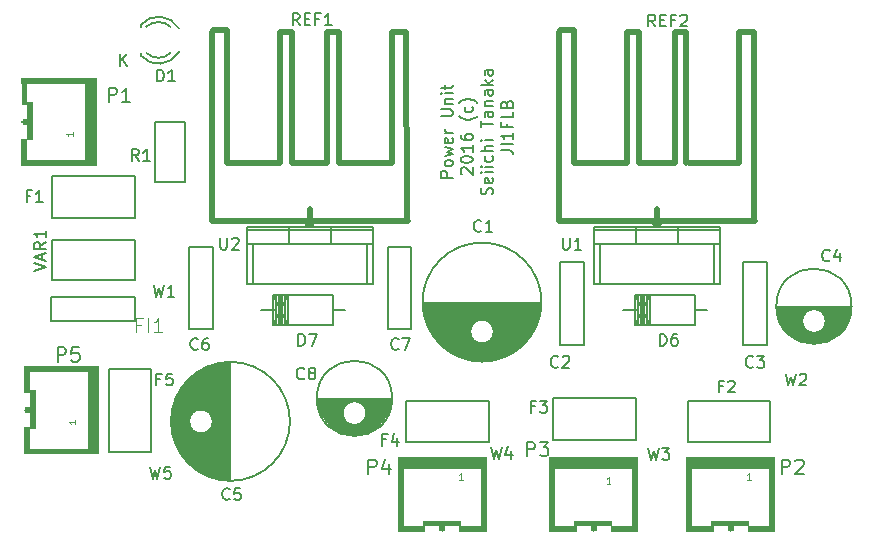
<source format=gto>
G04 #@! TF.FileFunction,Legend,Top*
%FSLAX46Y46*%
G04 Gerber Fmt 4.6, Leading zero omitted, Abs format (unit mm)*
G04 Created by KiCad (PCBNEW 4.0.4-stable) date 09/19/16 20:25:30*
%MOMM*%
%LPD*%
G01*
G04 APERTURE LIST*
%ADD10C,0.100000*%
%ADD11C,0.200000*%
%ADD12C,0.150000*%
%ADD13C,0.500000*%
%ADD14C,0.127000*%
%ADD15C,0.048768*%
%ADD16C,0.101600*%
G04 APERTURE END LIST*
D10*
D11*
X126902381Y-89357143D02*
X125902381Y-89357143D01*
X125902381Y-88976190D01*
X125950000Y-88880952D01*
X125997619Y-88833333D01*
X126092857Y-88785714D01*
X126235714Y-88785714D01*
X126330952Y-88833333D01*
X126378571Y-88880952D01*
X126426190Y-88976190D01*
X126426190Y-89357143D01*
X126902381Y-88214286D02*
X126854762Y-88309524D01*
X126807143Y-88357143D01*
X126711905Y-88404762D01*
X126426190Y-88404762D01*
X126330952Y-88357143D01*
X126283333Y-88309524D01*
X126235714Y-88214286D01*
X126235714Y-88071428D01*
X126283333Y-87976190D01*
X126330952Y-87928571D01*
X126426190Y-87880952D01*
X126711905Y-87880952D01*
X126807143Y-87928571D01*
X126854762Y-87976190D01*
X126902381Y-88071428D01*
X126902381Y-88214286D01*
X126235714Y-87547619D02*
X126902381Y-87357143D01*
X126426190Y-87166666D01*
X126902381Y-86976190D01*
X126235714Y-86785714D01*
X126854762Y-86023809D02*
X126902381Y-86119047D01*
X126902381Y-86309524D01*
X126854762Y-86404762D01*
X126759524Y-86452381D01*
X126378571Y-86452381D01*
X126283333Y-86404762D01*
X126235714Y-86309524D01*
X126235714Y-86119047D01*
X126283333Y-86023809D01*
X126378571Y-85976190D01*
X126473810Y-85976190D01*
X126569048Y-86452381D01*
X126902381Y-85547619D02*
X126235714Y-85547619D01*
X126426190Y-85547619D02*
X126330952Y-85500000D01*
X126283333Y-85452381D01*
X126235714Y-85357143D01*
X126235714Y-85261904D01*
X125902381Y-84166666D02*
X126711905Y-84166666D01*
X126807143Y-84119047D01*
X126854762Y-84071428D01*
X126902381Y-83976190D01*
X126902381Y-83785713D01*
X126854762Y-83690475D01*
X126807143Y-83642856D01*
X126711905Y-83595237D01*
X125902381Y-83595237D01*
X126235714Y-83119047D02*
X126902381Y-83119047D01*
X126330952Y-83119047D02*
X126283333Y-83071428D01*
X126235714Y-82976190D01*
X126235714Y-82833332D01*
X126283333Y-82738094D01*
X126378571Y-82690475D01*
X126902381Y-82690475D01*
X126902381Y-82214285D02*
X126235714Y-82214285D01*
X125902381Y-82214285D02*
X125950000Y-82261904D01*
X125997619Y-82214285D01*
X125950000Y-82166666D01*
X125902381Y-82214285D01*
X125997619Y-82214285D01*
X126235714Y-81880952D02*
X126235714Y-81500000D01*
X125902381Y-81738095D02*
X126759524Y-81738095D01*
X126854762Y-81690476D01*
X126902381Y-81595238D01*
X126902381Y-81500000D01*
X127697619Y-89071429D02*
X127650000Y-89023810D01*
X127602381Y-88928572D01*
X127602381Y-88690476D01*
X127650000Y-88595238D01*
X127697619Y-88547619D01*
X127792857Y-88500000D01*
X127888095Y-88500000D01*
X128030952Y-88547619D01*
X128602381Y-89119048D01*
X128602381Y-88500000D01*
X127602381Y-87880953D02*
X127602381Y-87785714D01*
X127650000Y-87690476D01*
X127697619Y-87642857D01*
X127792857Y-87595238D01*
X127983333Y-87547619D01*
X128221429Y-87547619D01*
X128411905Y-87595238D01*
X128507143Y-87642857D01*
X128554762Y-87690476D01*
X128602381Y-87785714D01*
X128602381Y-87880953D01*
X128554762Y-87976191D01*
X128507143Y-88023810D01*
X128411905Y-88071429D01*
X128221429Y-88119048D01*
X127983333Y-88119048D01*
X127792857Y-88071429D01*
X127697619Y-88023810D01*
X127650000Y-87976191D01*
X127602381Y-87880953D01*
X128602381Y-86595238D02*
X128602381Y-87166667D01*
X128602381Y-86880953D02*
X127602381Y-86880953D01*
X127745238Y-86976191D01*
X127840476Y-87071429D01*
X127888095Y-87166667D01*
X127602381Y-85738095D02*
X127602381Y-85928572D01*
X127650000Y-86023810D01*
X127697619Y-86071429D01*
X127840476Y-86166667D01*
X128030952Y-86214286D01*
X128411905Y-86214286D01*
X128507143Y-86166667D01*
X128554762Y-86119048D01*
X128602381Y-86023810D01*
X128602381Y-85833333D01*
X128554762Y-85738095D01*
X128507143Y-85690476D01*
X128411905Y-85642857D01*
X128173810Y-85642857D01*
X128078571Y-85690476D01*
X128030952Y-85738095D01*
X127983333Y-85833333D01*
X127983333Y-86023810D01*
X128030952Y-86119048D01*
X128078571Y-86166667D01*
X128173810Y-86214286D01*
X128983333Y-84166666D02*
X128935714Y-84214286D01*
X128792857Y-84309524D01*
X128697619Y-84357143D01*
X128554762Y-84404762D01*
X128316667Y-84452381D01*
X128126190Y-84452381D01*
X127888095Y-84404762D01*
X127745238Y-84357143D01*
X127650000Y-84309524D01*
X127507143Y-84214286D01*
X127459524Y-84166666D01*
X128554762Y-83357142D02*
X128602381Y-83452380D01*
X128602381Y-83642857D01*
X128554762Y-83738095D01*
X128507143Y-83785714D01*
X128411905Y-83833333D01*
X128126190Y-83833333D01*
X128030952Y-83785714D01*
X127983333Y-83738095D01*
X127935714Y-83642857D01*
X127935714Y-83452380D01*
X127983333Y-83357142D01*
X128983333Y-83023809D02*
X128935714Y-82976190D01*
X128792857Y-82880952D01*
X128697619Y-82833333D01*
X128554762Y-82785714D01*
X128316667Y-82738095D01*
X128126190Y-82738095D01*
X127888095Y-82785714D01*
X127745238Y-82833333D01*
X127650000Y-82880952D01*
X127507143Y-82976190D01*
X127459524Y-83023809D01*
X130254762Y-90785714D02*
X130302381Y-90642857D01*
X130302381Y-90404761D01*
X130254762Y-90309523D01*
X130207143Y-90261904D01*
X130111905Y-90214285D01*
X130016667Y-90214285D01*
X129921429Y-90261904D01*
X129873810Y-90309523D01*
X129826190Y-90404761D01*
X129778571Y-90595238D01*
X129730952Y-90690476D01*
X129683333Y-90738095D01*
X129588095Y-90785714D01*
X129492857Y-90785714D01*
X129397619Y-90738095D01*
X129350000Y-90690476D01*
X129302381Y-90595238D01*
X129302381Y-90357142D01*
X129350000Y-90214285D01*
X130254762Y-89404761D02*
X130302381Y-89499999D01*
X130302381Y-89690476D01*
X130254762Y-89785714D01*
X130159524Y-89833333D01*
X129778571Y-89833333D01*
X129683333Y-89785714D01*
X129635714Y-89690476D01*
X129635714Y-89499999D01*
X129683333Y-89404761D01*
X129778571Y-89357142D01*
X129873810Y-89357142D01*
X129969048Y-89833333D01*
X130302381Y-88928571D02*
X129635714Y-88928571D01*
X129302381Y-88928571D02*
X129350000Y-88976190D01*
X129397619Y-88928571D01*
X129350000Y-88880952D01*
X129302381Y-88928571D01*
X129397619Y-88928571D01*
X130302381Y-88452381D02*
X129635714Y-88452381D01*
X129302381Y-88452381D02*
X129350000Y-88500000D01*
X129397619Y-88452381D01*
X129350000Y-88404762D01*
X129302381Y-88452381D01*
X129397619Y-88452381D01*
X130254762Y-87547619D02*
X130302381Y-87642857D01*
X130302381Y-87833334D01*
X130254762Y-87928572D01*
X130207143Y-87976191D01*
X130111905Y-88023810D01*
X129826190Y-88023810D01*
X129730952Y-87976191D01*
X129683333Y-87928572D01*
X129635714Y-87833334D01*
X129635714Y-87642857D01*
X129683333Y-87547619D01*
X130302381Y-87119048D02*
X129302381Y-87119048D01*
X130302381Y-86690476D02*
X129778571Y-86690476D01*
X129683333Y-86738095D01*
X129635714Y-86833333D01*
X129635714Y-86976191D01*
X129683333Y-87071429D01*
X129730952Y-87119048D01*
X130302381Y-86214286D02*
X129635714Y-86214286D01*
X129302381Y-86214286D02*
X129350000Y-86261905D01*
X129397619Y-86214286D01*
X129350000Y-86166667D01*
X129302381Y-86214286D01*
X129397619Y-86214286D01*
X129302381Y-85119048D02*
X129302381Y-84547619D01*
X130302381Y-84833334D02*
X129302381Y-84833334D01*
X130302381Y-83785714D02*
X129778571Y-83785714D01*
X129683333Y-83833333D01*
X129635714Y-83928571D01*
X129635714Y-84119048D01*
X129683333Y-84214286D01*
X130254762Y-83785714D02*
X130302381Y-83880952D01*
X130302381Y-84119048D01*
X130254762Y-84214286D01*
X130159524Y-84261905D01*
X130064286Y-84261905D01*
X129969048Y-84214286D01*
X129921429Y-84119048D01*
X129921429Y-83880952D01*
X129873810Y-83785714D01*
X129635714Y-83309524D02*
X130302381Y-83309524D01*
X129730952Y-83309524D02*
X129683333Y-83261905D01*
X129635714Y-83166667D01*
X129635714Y-83023809D01*
X129683333Y-82928571D01*
X129778571Y-82880952D01*
X130302381Y-82880952D01*
X130302381Y-81976190D02*
X129778571Y-81976190D01*
X129683333Y-82023809D01*
X129635714Y-82119047D01*
X129635714Y-82309524D01*
X129683333Y-82404762D01*
X130254762Y-81976190D02*
X130302381Y-82071428D01*
X130302381Y-82309524D01*
X130254762Y-82404762D01*
X130159524Y-82452381D01*
X130064286Y-82452381D01*
X129969048Y-82404762D01*
X129921429Y-82309524D01*
X129921429Y-82071428D01*
X129873810Y-81976190D01*
X130302381Y-81500000D02*
X129302381Y-81500000D01*
X129921429Y-81404762D02*
X130302381Y-81119047D01*
X129635714Y-81119047D02*
X130016667Y-81500000D01*
X130302381Y-80261904D02*
X129778571Y-80261904D01*
X129683333Y-80309523D01*
X129635714Y-80404761D01*
X129635714Y-80595238D01*
X129683333Y-80690476D01*
X130254762Y-80261904D02*
X130302381Y-80357142D01*
X130302381Y-80595238D01*
X130254762Y-80690476D01*
X130159524Y-80738095D01*
X130064286Y-80738095D01*
X129969048Y-80690476D01*
X129921429Y-80595238D01*
X129921429Y-80357142D01*
X129873810Y-80261904D01*
X131002381Y-87023809D02*
X131716667Y-87023809D01*
X131859524Y-87071429D01*
X131954762Y-87166667D01*
X132002381Y-87309524D01*
X132002381Y-87404762D01*
X132002381Y-86547619D02*
X131002381Y-86547619D01*
X132002381Y-85547619D02*
X132002381Y-86119048D01*
X132002381Y-85833334D02*
X131002381Y-85833334D01*
X131145238Y-85928572D01*
X131240476Y-86023810D01*
X131288095Y-86119048D01*
X131478571Y-84785714D02*
X131478571Y-85119048D01*
X132002381Y-85119048D02*
X131002381Y-85119048D01*
X131002381Y-84642857D01*
X132002381Y-83785714D02*
X132002381Y-84261905D01*
X131002381Y-84261905D01*
X131478571Y-83119047D02*
X131526190Y-82976190D01*
X131573810Y-82928571D01*
X131669048Y-82880952D01*
X131811905Y-82880952D01*
X131907143Y-82928571D01*
X131954762Y-82976190D01*
X132002381Y-83071428D01*
X132002381Y-83452381D01*
X131002381Y-83452381D01*
X131002381Y-83119047D01*
X131050000Y-83023809D01*
X131097619Y-82976190D01*
X131192857Y-82928571D01*
X131288095Y-82928571D01*
X131383333Y-82976190D01*
X131430952Y-83023809D01*
X131478571Y-83119047D01*
X131478571Y-83452381D01*
D12*
X134399000Y-99975000D02*
X124401000Y-99975000D01*
X134395000Y-100115000D02*
X124405000Y-100115000D01*
X134387000Y-100255000D02*
X124413000Y-100255000D01*
X134375000Y-100395000D02*
X124425000Y-100395000D01*
X134360000Y-100535000D02*
X124440000Y-100535000D01*
X134340000Y-100675000D02*
X124460000Y-100675000D01*
X134316000Y-100815000D02*
X124484000Y-100815000D01*
X134287000Y-100955000D02*
X124513000Y-100955000D01*
X134255000Y-101095000D02*
X124545000Y-101095000D01*
X134218000Y-101235000D02*
X124582000Y-101235000D01*
X134177000Y-101375000D02*
X124623000Y-101375000D01*
X134132000Y-101515000D02*
X129866000Y-101515000D01*
X128934000Y-101515000D02*
X124668000Y-101515000D01*
X134082000Y-101655000D02*
X130067000Y-101655000D01*
X128733000Y-101655000D02*
X124718000Y-101655000D01*
X134027000Y-101795000D02*
X130196000Y-101795000D01*
X128604000Y-101795000D02*
X124773000Y-101795000D01*
X133967000Y-101935000D02*
X130285000Y-101935000D01*
X128515000Y-101935000D02*
X124833000Y-101935000D01*
X133902000Y-102075000D02*
X130346000Y-102075000D01*
X128454000Y-102075000D02*
X124898000Y-102075000D01*
X133832000Y-102215000D02*
X130383000Y-102215000D01*
X128417000Y-102215000D02*
X124968000Y-102215000D01*
X133756000Y-102355000D02*
X130399000Y-102355000D01*
X128401000Y-102355000D02*
X125044000Y-102355000D01*
X133674000Y-102495000D02*
X130395000Y-102495000D01*
X128405000Y-102495000D02*
X125126000Y-102495000D01*
X133586000Y-102635000D02*
X130372000Y-102635000D01*
X128428000Y-102635000D02*
X125214000Y-102635000D01*
X133491000Y-102775000D02*
X130327000Y-102775000D01*
X128473000Y-102775000D02*
X125309000Y-102775000D01*
X133389000Y-102915000D02*
X130257000Y-102915000D01*
X128543000Y-102915000D02*
X125411000Y-102915000D01*
X133279000Y-103055000D02*
X130156000Y-103055000D01*
X128644000Y-103055000D02*
X125521000Y-103055000D01*
X133161000Y-103195000D02*
X130007000Y-103195000D01*
X128793000Y-103195000D02*
X125639000Y-103195000D01*
X133033000Y-103335000D02*
X129755000Y-103335000D01*
X129045000Y-103335000D02*
X125767000Y-103335000D01*
X132896000Y-103475000D02*
X125904000Y-103475000D01*
X132746000Y-103615000D02*
X126054000Y-103615000D01*
X132584000Y-103755000D02*
X126216000Y-103755000D01*
X132407000Y-103895000D02*
X126393000Y-103895000D01*
X132211000Y-104035000D02*
X126589000Y-104035000D01*
X131993000Y-104175000D02*
X126807000Y-104175000D01*
X131747000Y-104315000D02*
X127053000Y-104315000D01*
X131462000Y-104455000D02*
X127338000Y-104455000D01*
X131120000Y-104595000D02*
X127680000Y-104595000D01*
X130674000Y-104735000D02*
X128126000Y-104735000D01*
X129899000Y-104875000D02*
X128901000Y-104875000D01*
X130400000Y-102400000D02*
G75*
G03X130400000Y-102400000I-1000000J0D01*
G01*
X134437500Y-99900000D02*
G75*
G03X134437500Y-99900000I-5037500J0D01*
G01*
X138000000Y-96500000D02*
X138000000Y-103500000D01*
X138000000Y-103500000D02*
X136000000Y-103500000D01*
X136000000Y-103500000D02*
X136000000Y-96500000D01*
X136000000Y-96500000D02*
X138000000Y-96500000D01*
X153500000Y-96500000D02*
X153500000Y-103500000D01*
X153500000Y-103500000D02*
X151500000Y-103500000D01*
X151500000Y-103500000D02*
X151500000Y-96500000D01*
X151500000Y-96500000D02*
X153500000Y-96500000D01*
X108025000Y-114999000D02*
X108025000Y-105001000D01*
X107885000Y-114995000D02*
X107885000Y-105005000D01*
X107745000Y-114987000D02*
X107745000Y-105013000D01*
X107605000Y-114975000D02*
X107605000Y-105025000D01*
X107465000Y-114960000D02*
X107465000Y-105040000D01*
X107325000Y-114940000D02*
X107325000Y-105060000D01*
X107185000Y-114916000D02*
X107185000Y-105084000D01*
X107045000Y-114887000D02*
X107045000Y-105113000D01*
X106905000Y-114855000D02*
X106905000Y-105145000D01*
X106765000Y-114818000D02*
X106765000Y-105182000D01*
X106625000Y-114777000D02*
X106625000Y-105223000D01*
X106485000Y-114732000D02*
X106485000Y-110466000D01*
X106485000Y-109534000D02*
X106485000Y-105268000D01*
X106345000Y-114682000D02*
X106345000Y-110667000D01*
X106345000Y-109333000D02*
X106345000Y-105318000D01*
X106205000Y-114627000D02*
X106205000Y-110796000D01*
X106205000Y-109204000D02*
X106205000Y-105373000D01*
X106065000Y-114567000D02*
X106065000Y-110885000D01*
X106065000Y-109115000D02*
X106065000Y-105433000D01*
X105925000Y-114502000D02*
X105925000Y-110946000D01*
X105925000Y-109054000D02*
X105925000Y-105498000D01*
X105785000Y-114432000D02*
X105785000Y-110983000D01*
X105785000Y-109017000D02*
X105785000Y-105568000D01*
X105645000Y-114356000D02*
X105645000Y-110999000D01*
X105645000Y-109001000D02*
X105645000Y-105644000D01*
X105505000Y-114274000D02*
X105505000Y-110995000D01*
X105505000Y-109005000D02*
X105505000Y-105726000D01*
X105365000Y-114186000D02*
X105365000Y-110972000D01*
X105365000Y-109028000D02*
X105365000Y-105814000D01*
X105225000Y-114091000D02*
X105225000Y-110927000D01*
X105225000Y-109073000D02*
X105225000Y-105909000D01*
X105085000Y-113989000D02*
X105085000Y-110857000D01*
X105085000Y-109143000D02*
X105085000Y-106011000D01*
X104945000Y-113879000D02*
X104945000Y-110756000D01*
X104945000Y-109244000D02*
X104945000Y-106121000D01*
X104805000Y-113761000D02*
X104805000Y-110607000D01*
X104805000Y-109393000D02*
X104805000Y-106239000D01*
X104665000Y-113633000D02*
X104665000Y-110355000D01*
X104665000Y-109645000D02*
X104665000Y-106367000D01*
X104525000Y-113496000D02*
X104525000Y-106504000D01*
X104385000Y-113346000D02*
X104385000Y-106654000D01*
X104245000Y-113184000D02*
X104245000Y-106816000D01*
X104105000Y-113007000D02*
X104105000Y-106993000D01*
X103965000Y-112811000D02*
X103965000Y-107189000D01*
X103825000Y-112593000D02*
X103825000Y-107407000D01*
X103685000Y-112347000D02*
X103685000Y-107653000D01*
X103545000Y-112062000D02*
X103545000Y-107938000D01*
X103405000Y-111720000D02*
X103405000Y-108280000D01*
X103265000Y-111274000D02*
X103265000Y-108726000D01*
X103125000Y-110499000D02*
X103125000Y-109501000D01*
X106600000Y-110000000D02*
G75*
G03X106600000Y-110000000I-1000000J0D01*
G01*
X113137500Y-110000000D02*
G75*
G03X113137500Y-110000000I-5037500J0D01*
G01*
X106600000Y-95200000D02*
X106600000Y-102200000D01*
X106600000Y-102200000D02*
X104600000Y-102200000D01*
X104600000Y-102200000D02*
X104600000Y-95200000D01*
X104600000Y-95200000D02*
X106600000Y-95200000D01*
X123400000Y-95200000D02*
X123400000Y-102200000D01*
X123400000Y-102200000D02*
X121400000Y-102200000D01*
X121400000Y-102200000D02*
X121400000Y-95200000D01*
X121400000Y-95200000D02*
X123400000Y-95200000D01*
X100501000Y-79014000D02*
X100501000Y-78814000D01*
X100501000Y-76420000D02*
X100501000Y-76600000D01*
X103728744Y-76730357D02*
G75*
G03X100501000Y-76414000I-1727744J-1003643D01*
G01*
X103053006Y-76600932D02*
G75*
G03X100950000Y-76600000I-1052006J-1133068D01*
G01*
X100513780Y-79040726D02*
G75*
G03X103751000Y-78694000I1497220J1306726D01*
G01*
X100987111Y-78813253D02*
G75*
G03X103035000Y-78794000I1013889J1079253D01*
G01*
X147420000Y-100597460D02*
X148436000Y-100597460D01*
X142594000Y-100597460D02*
X141324000Y-100597460D01*
X142848000Y-99327460D02*
X142848000Y-101867460D01*
X143102000Y-99327460D02*
X143102000Y-101867460D01*
X143356000Y-99327460D02*
X143356000Y-101867460D01*
X142594000Y-99327460D02*
X142594000Y-101867460D01*
X143610000Y-99327460D02*
X142340000Y-101867460D01*
X142340000Y-99327460D02*
X143610000Y-101867460D01*
X143610000Y-99327460D02*
X143610000Y-101867460D01*
X142975000Y-99327460D02*
X142975000Y-101867460D01*
X142340000Y-101867460D02*
X142340000Y-99327460D01*
X142340000Y-99327460D02*
X147420000Y-99327460D01*
X147420000Y-99327460D02*
X147420000Y-101867460D01*
X147420000Y-101867460D02*
X142340000Y-101867460D01*
X116820000Y-100597460D02*
X117836000Y-100597460D01*
X111994000Y-100597460D02*
X110724000Y-100597460D01*
X112248000Y-99327460D02*
X112248000Y-101867460D01*
X112502000Y-99327460D02*
X112502000Y-101867460D01*
X112756000Y-99327460D02*
X112756000Y-101867460D01*
X111994000Y-99327460D02*
X111994000Y-101867460D01*
X113010000Y-99327460D02*
X111740000Y-101867460D01*
X111740000Y-99327460D02*
X113010000Y-101867460D01*
X113010000Y-99327460D02*
X113010000Y-101867460D01*
X112375000Y-99327460D02*
X112375000Y-101867460D01*
X111740000Y-101867460D02*
X111740000Y-99327460D01*
X111740000Y-99327460D02*
X116820000Y-99327460D01*
X116820000Y-99327460D02*
X116820000Y-101867460D01*
X116820000Y-101867460D02*
X111740000Y-101867460D01*
X93000000Y-89250000D02*
X100000000Y-89250000D01*
X100000000Y-89250000D02*
X100000000Y-92750000D01*
X100000000Y-92750000D02*
X93000000Y-92750000D01*
X93000000Y-92750000D02*
X93000000Y-89250000D01*
X146800000Y-108250000D02*
X153800000Y-108250000D01*
X153800000Y-108250000D02*
X153800000Y-111750000D01*
X153800000Y-111750000D02*
X146800000Y-111750000D01*
X146800000Y-111750000D02*
X146800000Y-108250000D01*
X142400000Y-111550000D02*
X135400000Y-111550000D01*
X135400000Y-111550000D02*
X135400000Y-108050000D01*
X135400000Y-108050000D02*
X142400000Y-108050000D01*
X142400000Y-108050000D02*
X142400000Y-111550000D01*
X123000000Y-108250000D02*
X130000000Y-108250000D01*
X130000000Y-108250000D02*
X130000000Y-111750000D01*
X130000000Y-111750000D02*
X123000000Y-111750000D01*
X123000000Y-111750000D02*
X123000000Y-108250000D01*
D10*
G36*
X90500000Y-84400000D02*
X90500000Y-84900000D01*
X91000000Y-84900000D01*
X91000000Y-84400000D01*
X90500000Y-84400000D01*
G37*
G36*
X95800000Y-80900000D02*
X95800000Y-88400000D01*
X96800000Y-88400000D01*
X96800000Y-80900000D01*
X95800000Y-80900000D01*
G37*
G36*
X90400000Y-87900000D02*
X90400000Y-88400000D01*
X96800000Y-88400000D01*
X96800000Y-87900000D01*
X90400000Y-87900000D01*
G37*
G36*
X90400000Y-80900000D02*
X90400000Y-81400000D01*
X96800000Y-81400000D01*
X96800000Y-80900000D01*
X90400000Y-80900000D01*
G37*
G36*
X90410000Y-80900000D02*
X90410000Y-83200000D01*
X90910000Y-83200000D01*
X90910000Y-80900000D01*
X90410000Y-80900000D01*
G37*
G36*
X90400000Y-86090000D02*
X90400000Y-88390000D01*
X90900000Y-88390000D01*
X90900000Y-86090000D01*
X90400000Y-86090000D01*
G37*
G36*
X90900000Y-82970000D02*
X90900000Y-86220000D01*
X91400000Y-86220000D01*
X91400000Y-82970000D01*
X90900000Y-82970000D01*
G37*
G36*
X90400000Y-84600000D02*
X90400000Y-84700000D01*
X90500000Y-84700000D01*
X90500000Y-84600000D01*
X90400000Y-84600000D01*
G37*
G36*
X150200000Y-119300000D02*
X150700000Y-119300000D01*
X150700000Y-118800000D01*
X150200000Y-118800000D01*
X150200000Y-119300000D01*
G37*
G36*
X146700000Y-114000000D02*
X154200000Y-114000000D01*
X154200000Y-113000000D01*
X146700000Y-113000000D01*
X146700000Y-114000000D01*
G37*
G36*
X153700000Y-119400000D02*
X154200000Y-119400000D01*
X154200000Y-113000000D01*
X153700000Y-113000000D01*
X153700000Y-119400000D01*
G37*
G36*
X146700000Y-119400000D02*
X147200000Y-119400000D01*
X147200000Y-113000000D01*
X146700000Y-113000000D01*
X146700000Y-119400000D01*
G37*
G36*
X146700000Y-119390000D02*
X149000000Y-119390000D01*
X149000000Y-118890000D01*
X146700000Y-118890000D01*
X146700000Y-119390000D01*
G37*
G36*
X151890000Y-119400000D02*
X154190000Y-119400000D01*
X154190000Y-118900000D01*
X151890000Y-118900000D01*
X151890000Y-119400000D01*
G37*
G36*
X148770000Y-118900000D02*
X152020000Y-118900000D01*
X152020000Y-118400000D01*
X148770000Y-118400000D01*
X148770000Y-118900000D01*
G37*
G36*
X150400000Y-119400000D02*
X150500000Y-119400000D01*
X150500000Y-119300000D01*
X150400000Y-119300000D01*
X150400000Y-119400000D01*
G37*
G36*
X138600000Y-119300000D02*
X139100000Y-119300000D01*
X139100000Y-118800000D01*
X138600000Y-118800000D01*
X138600000Y-119300000D01*
G37*
G36*
X135100000Y-114000000D02*
X142600000Y-114000000D01*
X142600000Y-113000000D01*
X135100000Y-113000000D01*
X135100000Y-114000000D01*
G37*
G36*
X142100000Y-119400000D02*
X142600000Y-119400000D01*
X142600000Y-113000000D01*
X142100000Y-113000000D01*
X142100000Y-119400000D01*
G37*
G36*
X135100000Y-119400000D02*
X135600000Y-119400000D01*
X135600000Y-113000000D01*
X135100000Y-113000000D01*
X135100000Y-119400000D01*
G37*
G36*
X135100000Y-119390000D02*
X137400000Y-119390000D01*
X137400000Y-118890000D01*
X135100000Y-118890000D01*
X135100000Y-119390000D01*
G37*
G36*
X140290000Y-119400000D02*
X142590000Y-119400000D01*
X142590000Y-118900000D01*
X140290000Y-118900000D01*
X140290000Y-119400000D01*
G37*
G36*
X137170000Y-118900000D02*
X140420000Y-118900000D01*
X140420000Y-118400000D01*
X137170000Y-118400000D01*
X137170000Y-118900000D01*
G37*
G36*
X138800000Y-119400000D02*
X138900000Y-119400000D01*
X138900000Y-119300000D01*
X138800000Y-119300000D01*
X138800000Y-119400000D01*
G37*
G36*
X125800000Y-119300000D02*
X126300000Y-119300000D01*
X126300000Y-118800000D01*
X125800000Y-118800000D01*
X125800000Y-119300000D01*
G37*
G36*
X122300000Y-114000000D02*
X129800000Y-114000000D01*
X129800000Y-113000000D01*
X122300000Y-113000000D01*
X122300000Y-114000000D01*
G37*
G36*
X129300000Y-119400000D02*
X129800000Y-119400000D01*
X129800000Y-113000000D01*
X129300000Y-113000000D01*
X129300000Y-119400000D01*
G37*
G36*
X122300000Y-119400000D02*
X122800000Y-119400000D01*
X122800000Y-113000000D01*
X122300000Y-113000000D01*
X122300000Y-119400000D01*
G37*
G36*
X122300000Y-119390000D02*
X124600000Y-119390000D01*
X124600000Y-118890000D01*
X122300000Y-118890000D01*
X122300000Y-119390000D01*
G37*
G36*
X127490000Y-119400000D02*
X129790000Y-119400000D01*
X129790000Y-118900000D01*
X127490000Y-118900000D01*
X127490000Y-119400000D01*
G37*
G36*
X124370000Y-118900000D02*
X127620000Y-118900000D01*
X127620000Y-118400000D01*
X124370000Y-118400000D01*
X124370000Y-118900000D01*
G37*
G36*
X126000000Y-119400000D02*
X126100000Y-119400000D01*
X126100000Y-119300000D01*
X126000000Y-119300000D01*
X126000000Y-119400000D01*
G37*
D12*
X149026000Y-94949000D02*
X149026000Y-98378000D01*
X139374000Y-94949000D02*
X139374000Y-98378000D01*
X149534000Y-93806000D02*
X138866000Y-93806000D01*
X145978000Y-94822000D02*
X145978000Y-93552000D01*
X142422000Y-94822000D02*
X142422000Y-93552000D01*
X138866000Y-94949000D02*
X149534000Y-94949000D01*
X149534000Y-98378000D02*
X138866000Y-98378000D01*
X138866000Y-93552000D02*
X138866000Y-98378000D01*
X149534000Y-93552000D02*
X149534000Y-98378000D01*
X149534000Y-93552000D02*
X138866000Y-93552000D01*
X119626000Y-94949000D02*
X119626000Y-98378000D01*
X109974000Y-94949000D02*
X109974000Y-98378000D01*
X120134000Y-93806000D02*
X109466000Y-93806000D01*
X116578000Y-94822000D02*
X116578000Y-93552000D01*
X113022000Y-94822000D02*
X113022000Y-93552000D01*
X109466000Y-94949000D02*
X120134000Y-94949000D01*
X120134000Y-98378000D02*
X109466000Y-98378000D01*
X109466000Y-93552000D02*
X109466000Y-98378000D01*
X120134000Y-93552000D02*
X120134000Y-98378000D01*
X120134000Y-93552000D02*
X109466000Y-93552000D01*
X100000000Y-94650000D02*
X93000000Y-94650000D01*
X100000000Y-98050000D02*
X93000000Y-98050000D01*
X93000000Y-98050000D02*
X93000000Y-94650000D01*
X100000000Y-98050000D02*
X100000000Y-94650000D01*
X160649000Y-100325000D02*
X154351000Y-100325000D01*
X160643000Y-100465000D02*
X154357000Y-100465000D01*
X160630000Y-100605000D02*
X157946000Y-100605000D01*
X157054000Y-100605000D02*
X154370000Y-100605000D01*
X160611000Y-100745000D02*
X158156000Y-100745000D01*
X156844000Y-100745000D02*
X154389000Y-100745000D01*
X160585000Y-100885000D02*
X158289000Y-100885000D01*
X156711000Y-100885000D02*
X154415000Y-100885000D01*
X160553000Y-101025000D02*
X158380000Y-101025000D01*
X156620000Y-101025000D02*
X154447000Y-101025000D01*
X160514000Y-101165000D02*
X158442000Y-101165000D01*
X156558000Y-101165000D02*
X154486000Y-101165000D01*
X160468000Y-101305000D02*
X158481000Y-101305000D01*
X156519000Y-101305000D02*
X154532000Y-101305000D01*
X160415000Y-101445000D02*
X158498000Y-101445000D01*
X156502000Y-101445000D02*
X154585000Y-101445000D01*
X160353000Y-101585000D02*
X158496000Y-101585000D01*
X156504000Y-101585000D02*
X154647000Y-101585000D01*
X160283000Y-101725000D02*
X158474000Y-101725000D01*
X156526000Y-101725000D02*
X154717000Y-101725000D01*
X160204000Y-101865000D02*
X158431000Y-101865000D01*
X156569000Y-101865000D02*
X154796000Y-101865000D01*
X160116000Y-102005000D02*
X158363000Y-102005000D01*
X156637000Y-102005000D02*
X154884000Y-102005000D01*
X160016000Y-102145000D02*
X158264000Y-102145000D01*
X156736000Y-102145000D02*
X154984000Y-102145000D01*
X159904000Y-102285000D02*
X158119000Y-102285000D01*
X156881000Y-102285000D02*
X155096000Y-102285000D01*
X159779000Y-102425000D02*
X157880000Y-102425000D01*
X157120000Y-102425000D02*
X155221000Y-102425000D01*
X159636000Y-102565000D02*
X155364000Y-102565000D01*
X159474000Y-102705000D02*
X155526000Y-102705000D01*
X159286000Y-102845000D02*
X155714000Y-102845000D01*
X159063000Y-102985000D02*
X155937000Y-102985000D01*
X158787000Y-103125000D02*
X156213000Y-103125000D01*
X158412000Y-103265000D02*
X156588000Y-103265000D01*
X158500000Y-101500000D02*
G75*
G03X158500000Y-101500000I-1000000J0D01*
G01*
X160687500Y-100250000D02*
G75*
G03X160687500Y-100250000I-3187500J0D01*
G01*
X121749000Y-108125000D02*
X115451000Y-108125000D01*
X121743000Y-108265000D02*
X115457000Y-108265000D01*
X121730000Y-108405000D02*
X119046000Y-108405000D01*
X118154000Y-108405000D02*
X115470000Y-108405000D01*
X121711000Y-108545000D02*
X119256000Y-108545000D01*
X117944000Y-108545000D02*
X115489000Y-108545000D01*
X121685000Y-108685000D02*
X119389000Y-108685000D01*
X117811000Y-108685000D02*
X115515000Y-108685000D01*
X121653000Y-108825000D02*
X119480000Y-108825000D01*
X117720000Y-108825000D02*
X115547000Y-108825000D01*
X121614000Y-108965000D02*
X119542000Y-108965000D01*
X117658000Y-108965000D02*
X115586000Y-108965000D01*
X121568000Y-109105000D02*
X119581000Y-109105000D01*
X117619000Y-109105000D02*
X115632000Y-109105000D01*
X121515000Y-109245000D02*
X119598000Y-109245000D01*
X117602000Y-109245000D02*
X115685000Y-109245000D01*
X121453000Y-109385000D02*
X119596000Y-109385000D01*
X117604000Y-109385000D02*
X115747000Y-109385000D01*
X121383000Y-109525000D02*
X119574000Y-109525000D01*
X117626000Y-109525000D02*
X115817000Y-109525000D01*
X121304000Y-109665000D02*
X119531000Y-109665000D01*
X117669000Y-109665000D02*
X115896000Y-109665000D01*
X121216000Y-109805000D02*
X119463000Y-109805000D01*
X117737000Y-109805000D02*
X115984000Y-109805000D01*
X121116000Y-109945000D02*
X119364000Y-109945000D01*
X117836000Y-109945000D02*
X116084000Y-109945000D01*
X121004000Y-110085000D02*
X119219000Y-110085000D01*
X117981000Y-110085000D02*
X116196000Y-110085000D01*
X120879000Y-110225000D02*
X118980000Y-110225000D01*
X118220000Y-110225000D02*
X116321000Y-110225000D01*
X120736000Y-110365000D02*
X116464000Y-110365000D01*
X120574000Y-110505000D02*
X116626000Y-110505000D01*
X120386000Y-110645000D02*
X116814000Y-110645000D01*
X120163000Y-110785000D02*
X117037000Y-110785000D01*
X119887000Y-110925000D02*
X117313000Y-110925000D01*
X119512000Y-111065000D02*
X117688000Y-111065000D01*
X119600000Y-109300000D02*
G75*
G03X119600000Y-109300000I-1000000J0D01*
G01*
X121787500Y-108050000D02*
G75*
G03X121787500Y-108050000I-3187500J0D01*
G01*
D13*
X144200000Y-92700000D02*
X144200000Y-92000000D01*
X144400000Y-93200000D02*
G75*
G03X144400000Y-93200000I-200000J0D01*
G01*
X146700000Y-77000000D02*
X146700000Y-88100000D01*
X136000000Y-76900000D02*
X137200000Y-76900000D01*
X137200000Y-76900000D02*
X137200000Y-88100000D01*
X137200000Y-88100000D02*
X141700000Y-88100000D01*
X141700000Y-88100000D02*
X141700000Y-77000000D01*
X141700000Y-77000000D02*
X142700000Y-77000000D01*
X142700000Y-77000000D02*
X142700000Y-88100000D01*
X142700000Y-88100000D02*
X145700000Y-88100000D01*
X145700000Y-88100000D02*
X145700000Y-77000000D01*
X145700000Y-77000000D02*
X146700000Y-77000000D01*
X146900000Y-88100000D02*
X151200000Y-88100000D01*
X151200000Y-88100000D02*
X151200000Y-77000000D01*
X151200000Y-77000000D02*
X152400000Y-77000000D01*
X135950000Y-93000000D02*
X135950000Y-77000000D01*
X152450000Y-93000000D02*
X152400000Y-77000000D01*
X144200000Y-93000000D02*
X152450000Y-93000000D01*
X152450000Y-93000000D02*
X152500000Y-93000000D01*
X144200000Y-93000000D02*
X135950000Y-93000000D01*
X135950000Y-93000000D02*
X135900000Y-93000000D01*
X114800000Y-92700000D02*
X114800000Y-92000000D01*
X115000000Y-93200000D02*
G75*
G03X115000000Y-93200000I-200000J0D01*
G01*
X117300000Y-77000000D02*
X117300000Y-88100000D01*
X106600000Y-76900000D02*
X107800000Y-76900000D01*
X107800000Y-76900000D02*
X107800000Y-88100000D01*
X107800000Y-88100000D02*
X112300000Y-88100000D01*
X112300000Y-88100000D02*
X112300000Y-77000000D01*
X112300000Y-77000000D02*
X113300000Y-77000000D01*
X113300000Y-77000000D02*
X113300000Y-88100000D01*
X113300000Y-88100000D02*
X116300000Y-88100000D01*
X116300000Y-88100000D02*
X116300000Y-77000000D01*
X116300000Y-77000000D02*
X117300000Y-77000000D01*
X117500000Y-88100000D02*
X121800000Y-88100000D01*
X121800000Y-88100000D02*
X121800000Y-77000000D01*
X121800000Y-77000000D02*
X123000000Y-77000000D01*
X106550000Y-93000000D02*
X106550000Y-77000000D01*
X123050000Y-93000000D02*
X123000000Y-77000000D01*
X114800000Y-93000000D02*
X123050000Y-93000000D01*
X123050000Y-93000000D02*
X123100000Y-93000000D01*
X114800000Y-93000000D02*
X106550000Y-93000000D01*
X106550000Y-93000000D02*
X106500000Y-93000000D01*
D12*
X101350000Y-105600000D02*
X101350000Y-112600000D01*
X101350000Y-112600000D02*
X97850000Y-112600000D01*
X97850000Y-112600000D02*
X97850000Y-105600000D01*
X97850000Y-105600000D02*
X101350000Y-105600000D01*
D10*
G36*
X90700000Y-108800000D02*
X90700000Y-109300000D01*
X91200000Y-109300000D01*
X91200000Y-108800000D01*
X90700000Y-108800000D01*
G37*
G36*
X96000000Y-105300000D02*
X96000000Y-112800000D01*
X97000000Y-112800000D01*
X97000000Y-105300000D01*
X96000000Y-105300000D01*
G37*
G36*
X90600000Y-112300000D02*
X90600000Y-112800000D01*
X97000000Y-112800000D01*
X97000000Y-112300000D01*
X90600000Y-112300000D01*
G37*
G36*
X90600000Y-105300000D02*
X90600000Y-105800000D01*
X97000000Y-105800000D01*
X97000000Y-105300000D01*
X90600000Y-105300000D01*
G37*
G36*
X90610000Y-105300000D02*
X90610000Y-107600000D01*
X91110000Y-107600000D01*
X91110000Y-105300000D01*
X90610000Y-105300000D01*
G37*
G36*
X90600000Y-110490000D02*
X90600000Y-112790000D01*
X91100000Y-112790000D01*
X91100000Y-110490000D01*
X90600000Y-110490000D01*
G37*
G36*
X91100000Y-107370000D02*
X91100000Y-110620000D01*
X91600000Y-110620000D01*
X91600000Y-107370000D01*
X91100000Y-107370000D01*
G37*
G36*
X90600000Y-109000000D02*
X90600000Y-109100000D01*
X90700000Y-109100000D01*
X90700000Y-109000000D01*
X90600000Y-109000000D01*
G37*
D12*
X101730000Y-89730000D02*
X101730000Y-84650000D01*
X101730000Y-84650000D02*
X104270000Y-84650000D01*
X104270000Y-84650000D02*
X104270000Y-89730000D01*
X104270000Y-89730000D02*
X101730000Y-89730000D01*
D14*
X100056000Y-101516000D02*
X92944000Y-101516000D01*
X92944000Y-101516000D02*
X92944000Y-99484000D01*
X92944000Y-99484000D02*
X100056000Y-99484000D01*
X100056000Y-99484000D02*
X100056000Y-101516000D01*
D12*
X129333334Y-93857143D02*
X129285715Y-93904762D01*
X129142858Y-93952381D01*
X129047620Y-93952381D01*
X128904762Y-93904762D01*
X128809524Y-93809524D01*
X128761905Y-93714286D01*
X128714286Y-93523810D01*
X128714286Y-93380952D01*
X128761905Y-93190476D01*
X128809524Y-93095238D01*
X128904762Y-93000000D01*
X129047620Y-92952381D01*
X129142858Y-92952381D01*
X129285715Y-93000000D01*
X129333334Y-93047619D01*
X130285715Y-93952381D02*
X129714286Y-93952381D01*
X130000000Y-93952381D02*
X130000000Y-92952381D01*
X129904762Y-93095238D01*
X129809524Y-93190476D01*
X129714286Y-93238095D01*
X135833334Y-105357143D02*
X135785715Y-105404762D01*
X135642858Y-105452381D01*
X135547620Y-105452381D01*
X135404762Y-105404762D01*
X135309524Y-105309524D01*
X135261905Y-105214286D01*
X135214286Y-105023810D01*
X135214286Y-104880952D01*
X135261905Y-104690476D01*
X135309524Y-104595238D01*
X135404762Y-104500000D01*
X135547620Y-104452381D01*
X135642858Y-104452381D01*
X135785715Y-104500000D01*
X135833334Y-104547619D01*
X136214286Y-104547619D02*
X136261905Y-104500000D01*
X136357143Y-104452381D01*
X136595239Y-104452381D01*
X136690477Y-104500000D01*
X136738096Y-104547619D01*
X136785715Y-104642857D01*
X136785715Y-104738095D01*
X136738096Y-104880952D01*
X136166667Y-105452381D01*
X136785715Y-105452381D01*
X152333334Y-105357143D02*
X152285715Y-105404762D01*
X152142858Y-105452381D01*
X152047620Y-105452381D01*
X151904762Y-105404762D01*
X151809524Y-105309524D01*
X151761905Y-105214286D01*
X151714286Y-105023810D01*
X151714286Y-104880952D01*
X151761905Y-104690476D01*
X151809524Y-104595238D01*
X151904762Y-104500000D01*
X152047620Y-104452381D01*
X152142858Y-104452381D01*
X152285715Y-104500000D01*
X152333334Y-104547619D01*
X152666667Y-104452381D02*
X153285715Y-104452381D01*
X152952381Y-104833333D01*
X153095239Y-104833333D01*
X153190477Y-104880952D01*
X153238096Y-104928571D01*
X153285715Y-105023810D01*
X153285715Y-105261905D01*
X153238096Y-105357143D01*
X153190477Y-105404762D01*
X153095239Y-105452381D01*
X152809524Y-105452381D01*
X152714286Y-105404762D01*
X152666667Y-105357143D01*
X108033334Y-116557143D02*
X107985715Y-116604762D01*
X107842858Y-116652381D01*
X107747620Y-116652381D01*
X107604762Y-116604762D01*
X107509524Y-116509524D01*
X107461905Y-116414286D01*
X107414286Y-116223810D01*
X107414286Y-116080952D01*
X107461905Y-115890476D01*
X107509524Y-115795238D01*
X107604762Y-115700000D01*
X107747620Y-115652381D01*
X107842858Y-115652381D01*
X107985715Y-115700000D01*
X108033334Y-115747619D01*
X108938096Y-115652381D02*
X108461905Y-115652381D01*
X108414286Y-116128571D01*
X108461905Y-116080952D01*
X108557143Y-116033333D01*
X108795239Y-116033333D01*
X108890477Y-116080952D01*
X108938096Y-116128571D01*
X108985715Y-116223810D01*
X108985715Y-116461905D01*
X108938096Y-116557143D01*
X108890477Y-116604762D01*
X108795239Y-116652381D01*
X108557143Y-116652381D01*
X108461905Y-116604762D01*
X108414286Y-116557143D01*
X105333334Y-103857143D02*
X105285715Y-103904762D01*
X105142858Y-103952381D01*
X105047620Y-103952381D01*
X104904762Y-103904762D01*
X104809524Y-103809524D01*
X104761905Y-103714286D01*
X104714286Y-103523810D01*
X104714286Y-103380952D01*
X104761905Y-103190476D01*
X104809524Y-103095238D01*
X104904762Y-103000000D01*
X105047620Y-102952381D01*
X105142858Y-102952381D01*
X105285715Y-103000000D01*
X105333334Y-103047619D01*
X106190477Y-102952381D02*
X106000000Y-102952381D01*
X105904762Y-103000000D01*
X105857143Y-103047619D01*
X105761905Y-103190476D01*
X105714286Y-103380952D01*
X105714286Y-103761905D01*
X105761905Y-103857143D01*
X105809524Y-103904762D01*
X105904762Y-103952381D01*
X106095239Y-103952381D01*
X106190477Y-103904762D01*
X106238096Y-103857143D01*
X106285715Y-103761905D01*
X106285715Y-103523810D01*
X106238096Y-103428571D01*
X106190477Y-103380952D01*
X106095239Y-103333333D01*
X105904762Y-103333333D01*
X105809524Y-103380952D01*
X105761905Y-103428571D01*
X105714286Y-103523810D01*
X122333334Y-103857143D02*
X122285715Y-103904762D01*
X122142858Y-103952381D01*
X122047620Y-103952381D01*
X121904762Y-103904762D01*
X121809524Y-103809524D01*
X121761905Y-103714286D01*
X121714286Y-103523810D01*
X121714286Y-103380952D01*
X121761905Y-103190476D01*
X121809524Y-103095238D01*
X121904762Y-103000000D01*
X122047620Y-102952381D01*
X122142858Y-102952381D01*
X122285715Y-103000000D01*
X122333334Y-103047619D01*
X122666667Y-102952381D02*
X123333334Y-102952381D01*
X122904762Y-103952381D01*
X101871905Y-81212381D02*
X101871905Y-80212381D01*
X102110000Y-80212381D01*
X102252858Y-80260000D01*
X102348096Y-80355238D01*
X102395715Y-80450476D01*
X102443334Y-80640952D01*
X102443334Y-80783810D01*
X102395715Y-80974286D01*
X102348096Y-81069524D01*
X102252858Y-81164762D01*
X102110000Y-81212381D01*
X101871905Y-81212381D01*
X103395715Y-81212381D02*
X102824286Y-81212381D01*
X103110000Y-81212381D02*
X103110000Y-80212381D01*
X103014762Y-80355238D01*
X102919524Y-80450476D01*
X102824286Y-80498095D01*
X98748095Y-79892381D02*
X98748095Y-78892381D01*
X99319524Y-79892381D02*
X98890952Y-79320952D01*
X99319524Y-78892381D02*
X98748095Y-79463810D01*
X144449245Y-103589841D02*
X144449245Y-102589841D01*
X144687340Y-102589841D01*
X144830198Y-102637460D01*
X144925436Y-102732698D01*
X144973055Y-102827936D01*
X145020674Y-103018412D01*
X145020674Y-103161270D01*
X144973055Y-103351746D01*
X144925436Y-103446984D01*
X144830198Y-103542222D01*
X144687340Y-103589841D01*
X144449245Y-103589841D01*
X145877817Y-102589841D02*
X145687340Y-102589841D01*
X145592102Y-102637460D01*
X145544483Y-102685079D01*
X145449245Y-102827936D01*
X145401626Y-103018412D01*
X145401626Y-103399365D01*
X145449245Y-103494603D01*
X145496864Y-103542222D01*
X145592102Y-103589841D01*
X145782579Y-103589841D01*
X145877817Y-103542222D01*
X145925436Y-103494603D01*
X145973055Y-103399365D01*
X145973055Y-103161270D01*
X145925436Y-103066031D01*
X145877817Y-103018412D01*
X145782579Y-102970793D01*
X145592102Y-102970793D01*
X145496864Y-103018412D01*
X145449245Y-103066031D01*
X145401626Y-103161270D01*
X113849245Y-103589841D02*
X113849245Y-102589841D01*
X114087340Y-102589841D01*
X114230198Y-102637460D01*
X114325436Y-102732698D01*
X114373055Y-102827936D01*
X114420674Y-103018412D01*
X114420674Y-103161270D01*
X114373055Y-103351746D01*
X114325436Y-103446984D01*
X114230198Y-103542222D01*
X114087340Y-103589841D01*
X113849245Y-103589841D01*
X114754007Y-102589841D02*
X115420674Y-102589841D01*
X114992102Y-103589841D01*
X91166667Y-90928571D02*
X90833333Y-90928571D01*
X90833333Y-91452381D02*
X90833333Y-90452381D01*
X91309524Y-90452381D01*
X92214286Y-91452381D02*
X91642857Y-91452381D01*
X91928571Y-91452381D02*
X91928571Y-90452381D01*
X91833333Y-90595238D01*
X91738095Y-90690476D01*
X91642857Y-90738095D01*
X149766667Y-107028571D02*
X149433333Y-107028571D01*
X149433333Y-107552381D02*
X149433333Y-106552381D01*
X149909524Y-106552381D01*
X150242857Y-106647619D02*
X150290476Y-106600000D01*
X150385714Y-106552381D01*
X150623810Y-106552381D01*
X150719048Y-106600000D01*
X150766667Y-106647619D01*
X150814286Y-106742857D01*
X150814286Y-106838095D01*
X150766667Y-106980952D01*
X150195238Y-107552381D01*
X150814286Y-107552381D01*
X133866667Y-108728571D02*
X133533333Y-108728571D01*
X133533333Y-109252381D02*
X133533333Y-108252381D01*
X134009524Y-108252381D01*
X134295238Y-108252381D02*
X134914286Y-108252381D01*
X134580952Y-108633333D01*
X134723810Y-108633333D01*
X134819048Y-108680952D01*
X134866667Y-108728571D01*
X134914286Y-108823810D01*
X134914286Y-109061905D01*
X134866667Y-109157143D01*
X134819048Y-109204762D01*
X134723810Y-109252381D01*
X134438095Y-109252381D01*
X134342857Y-109204762D01*
X134295238Y-109157143D01*
X121266667Y-111528571D02*
X120933333Y-111528571D01*
X120933333Y-112052381D02*
X120933333Y-111052381D01*
X121409524Y-111052381D01*
X122219048Y-111385714D02*
X122219048Y-112052381D01*
X121980952Y-111004762D02*
X121742857Y-111719048D01*
X122361905Y-111719048D01*
D14*
X97787262Y-82942548D02*
X97787262Y-81736048D01*
X98246881Y-81736048D01*
X98361786Y-81793500D01*
X98419238Y-81850952D01*
X98476690Y-81965857D01*
X98476690Y-82138214D01*
X98419238Y-82253119D01*
X98361786Y-82310571D01*
X98246881Y-82368024D01*
X97787262Y-82368024D01*
X99625738Y-82942548D02*
X98936310Y-82942548D01*
X99281024Y-82942548D02*
X99281024Y-81736048D01*
X99166119Y-81908405D01*
X99051214Y-82023310D01*
X98936310Y-82080762D01*
D15*
X94772423Y-85468766D02*
X94772423Y-85799691D01*
X94772423Y-85634229D02*
X94193303Y-85634229D01*
X94276034Y-85689383D01*
X94331189Y-85744537D01*
X94358766Y-85799691D01*
D14*
X154787262Y-114442548D02*
X154787262Y-113236048D01*
X155246881Y-113236048D01*
X155361786Y-113293500D01*
X155419238Y-113350952D01*
X155476690Y-113465857D01*
X155476690Y-113638214D01*
X155419238Y-113753119D01*
X155361786Y-113810571D01*
X155246881Y-113868024D01*
X154787262Y-113868024D01*
X155936310Y-113350952D02*
X155993762Y-113293500D01*
X156108667Y-113236048D01*
X156395929Y-113236048D01*
X156510833Y-113293500D01*
X156568286Y-113350952D01*
X156625738Y-113465857D01*
X156625738Y-113580762D01*
X156568286Y-113753119D01*
X155878857Y-114442548D01*
X156625738Y-114442548D01*
D15*
X152151234Y-114972423D02*
X151820309Y-114972423D01*
X151985771Y-114972423D02*
X151985771Y-114393303D01*
X151930617Y-114476034D01*
X151875463Y-114531189D01*
X151820309Y-114558766D01*
D14*
X133187262Y-112942548D02*
X133187262Y-111736048D01*
X133646881Y-111736048D01*
X133761786Y-111793500D01*
X133819238Y-111850952D01*
X133876690Y-111965857D01*
X133876690Y-112138214D01*
X133819238Y-112253119D01*
X133761786Y-112310571D01*
X133646881Y-112368024D01*
X133187262Y-112368024D01*
X134278857Y-111736048D02*
X135025738Y-111736048D01*
X134623571Y-112195667D01*
X134795929Y-112195667D01*
X134910833Y-112253119D01*
X134968286Y-112310571D01*
X135025738Y-112425476D01*
X135025738Y-112712738D01*
X134968286Y-112827643D01*
X134910833Y-112885095D01*
X134795929Y-112942548D01*
X134451214Y-112942548D01*
X134336310Y-112885095D01*
X134278857Y-112827643D01*
D15*
X140275463Y-115261983D02*
X139944538Y-115261983D01*
X140110000Y-115261983D02*
X140110000Y-114682863D01*
X140054846Y-114765594D01*
X139999692Y-114820749D01*
X139944538Y-114848326D01*
D14*
X119787262Y-114442548D02*
X119787262Y-113236048D01*
X120246881Y-113236048D01*
X120361786Y-113293500D01*
X120419238Y-113350952D01*
X120476690Y-113465857D01*
X120476690Y-113638214D01*
X120419238Y-113753119D01*
X120361786Y-113810571D01*
X120246881Y-113868024D01*
X119787262Y-113868024D01*
X121510833Y-113638214D02*
X121510833Y-114442548D01*
X121223571Y-113178595D02*
X120936310Y-114040381D01*
X121683190Y-114040381D01*
D15*
X127751234Y-114972423D02*
X127420309Y-114972423D01*
X127585771Y-114972423D02*
X127585771Y-114393303D01*
X127530617Y-114476034D01*
X127475463Y-114531189D01*
X127420309Y-114558766D01*
D12*
X136238095Y-94452381D02*
X136238095Y-95261905D01*
X136285714Y-95357143D01*
X136333333Y-95404762D01*
X136428571Y-95452381D01*
X136619048Y-95452381D01*
X136714286Y-95404762D01*
X136761905Y-95357143D01*
X136809524Y-95261905D01*
X136809524Y-94452381D01*
X137809524Y-95452381D02*
X137238095Y-95452381D01*
X137523809Y-95452381D02*
X137523809Y-94452381D01*
X137428571Y-94595238D01*
X137333333Y-94690476D01*
X137238095Y-94738095D01*
X107238095Y-94452381D02*
X107238095Y-95261905D01*
X107285714Y-95357143D01*
X107333333Y-95404762D01*
X107428571Y-95452381D01*
X107619048Y-95452381D01*
X107714286Y-95404762D01*
X107761905Y-95357143D01*
X107809524Y-95261905D01*
X107809524Y-94452381D01*
X108238095Y-94547619D02*
X108285714Y-94500000D01*
X108380952Y-94452381D01*
X108619048Y-94452381D01*
X108714286Y-94500000D01*
X108761905Y-94547619D01*
X108809524Y-94642857D01*
X108809524Y-94738095D01*
X108761905Y-94880952D01*
X108190476Y-95452381D01*
X108809524Y-95452381D01*
X101595238Y-98452381D02*
X101833333Y-99452381D01*
X102023810Y-98738095D01*
X102214286Y-99452381D01*
X102452381Y-98452381D01*
X103357143Y-99452381D02*
X102785714Y-99452381D01*
X103071428Y-99452381D02*
X103071428Y-98452381D01*
X102976190Y-98595238D01*
X102880952Y-98690476D01*
X102785714Y-98738095D01*
X155095238Y-105952381D02*
X155333333Y-106952381D01*
X155523810Y-106238095D01*
X155714286Y-106952381D01*
X155952381Y-105952381D01*
X156285714Y-106047619D02*
X156333333Y-106000000D01*
X156428571Y-105952381D01*
X156666667Y-105952381D01*
X156761905Y-106000000D01*
X156809524Y-106047619D01*
X156857143Y-106142857D01*
X156857143Y-106238095D01*
X156809524Y-106380952D01*
X156238095Y-106952381D01*
X156857143Y-106952381D01*
X143495238Y-112252381D02*
X143733333Y-113252381D01*
X143923810Y-112538095D01*
X144114286Y-113252381D01*
X144352381Y-112252381D01*
X144638095Y-112252381D02*
X145257143Y-112252381D01*
X144923809Y-112633333D01*
X145066667Y-112633333D01*
X145161905Y-112680952D01*
X145209524Y-112728571D01*
X145257143Y-112823810D01*
X145257143Y-113061905D01*
X145209524Y-113157143D01*
X145161905Y-113204762D01*
X145066667Y-113252381D01*
X144780952Y-113252381D01*
X144685714Y-113204762D01*
X144638095Y-113157143D01*
X130195238Y-112152381D02*
X130433333Y-113152381D01*
X130623810Y-112438095D01*
X130814286Y-113152381D01*
X131052381Y-112152381D01*
X131861905Y-112485714D02*
X131861905Y-113152381D01*
X131623809Y-112104762D02*
X131385714Y-112819048D01*
X132004762Y-112819048D01*
X91452381Y-97238095D02*
X92452381Y-96904762D01*
X91452381Y-96571428D01*
X92166667Y-96285714D02*
X92166667Y-95809523D01*
X92452381Y-96380952D02*
X91452381Y-96047619D01*
X92452381Y-95714285D01*
X92452381Y-94809523D02*
X91976190Y-95142857D01*
X92452381Y-95380952D02*
X91452381Y-95380952D01*
X91452381Y-94999999D01*
X91500000Y-94904761D01*
X91547619Y-94857142D01*
X91642857Y-94809523D01*
X91785714Y-94809523D01*
X91880952Y-94857142D01*
X91928571Y-94904761D01*
X91976190Y-94999999D01*
X91976190Y-95380952D01*
X92452381Y-93857142D02*
X92452381Y-94428571D01*
X92452381Y-94142857D02*
X91452381Y-94142857D01*
X91595238Y-94238095D01*
X91690476Y-94333333D01*
X91738095Y-94428571D01*
X158833334Y-96357143D02*
X158785715Y-96404762D01*
X158642858Y-96452381D01*
X158547620Y-96452381D01*
X158404762Y-96404762D01*
X158309524Y-96309524D01*
X158261905Y-96214286D01*
X158214286Y-96023810D01*
X158214286Y-95880952D01*
X158261905Y-95690476D01*
X158309524Y-95595238D01*
X158404762Y-95500000D01*
X158547620Y-95452381D01*
X158642858Y-95452381D01*
X158785715Y-95500000D01*
X158833334Y-95547619D01*
X159690477Y-95785714D02*
X159690477Y-96452381D01*
X159452381Y-95404762D02*
X159214286Y-96119048D01*
X159833334Y-96119048D01*
X114333334Y-106357143D02*
X114285715Y-106404762D01*
X114142858Y-106452381D01*
X114047620Y-106452381D01*
X113904762Y-106404762D01*
X113809524Y-106309524D01*
X113761905Y-106214286D01*
X113714286Y-106023810D01*
X113714286Y-105880952D01*
X113761905Y-105690476D01*
X113809524Y-105595238D01*
X113904762Y-105500000D01*
X114047620Y-105452381D01*
X114142858Y-105452381D01*
X114285715Y-105500000D01*
X114333334Y-105547619D01*
X114904762Y-105880952D02*
X114809524Y-105833333D01*
X114761905Y-105785714D01*
X114714286Y-105690476D01*
X114714286Y-105642857D01*
X114761905Y-105547619D01*
X114809524Y-105500000D01*
X114904762Y-105452381D01*
X115095239Y-105452381D01*
X115190477Y-105500000D01*
X115238096Y-105547619D01*
X115285715Y-105642857D01*
X115285715Y-105690476D01*
X115238096Y-105785714D01*
X115190477Y-105833333D01*
X115095239Y-105880952D01*
X114904762Y-105880952D01*
X114809524Y-105928571D01*
X114761905Y-105976190D01*
X114714286Y-106071429D01*
X114714286Y-106261905D01*
X114761905Y-106357143D01*
X114809524Y-106404762D01*
X114904762Y-106452381D01*
X115095239Y-106452381D01*
X115190477Y-106404762D01*
X115238096Y-106357143D01*
X115285715Y-106261905D01*
X115285715Y-106071429D01*
X115238096Y-105976190D01*
X115190477Y-105928571D01*
X115095239Y-105880952D01*
X144052381Y-76552381D02*
X143719047Y-76076190D01*
X143480952Y-76552381D02*
X143480952Y-75552381D01*
X143861905Y-75552381D01*
X143957143Y-75600000D01*
X144004762Y-75647619D01*
X144052381Y-75742857D01*
X144052381Y-75885714D01*
X144004762Y-75980952D01*
X143957143Y-76028571D01*
X143861905Y-76076190D01*
X143480952Y-76076190D01*
X144480952Y-76028571D02*
X144814286Y-76028571D01*
X144957143Y-76552381D02*
X144480952Y-76552381D01*
X144480952Y-75552381D01*
X144957143Y-75552381D01*
X145719048Y-76028571D02*
X145385714Y-76028571D01*
X145385714Y-76552381D02*
X145385714Y-75552381D01*
X145861905Y-75552381D01*
X146195238Y-75647619D02*
X146242857Y-75600000D01*
X146338095Y-75552381D01*
X146576191Y-75552381D01*
X146671429Y-75600000D01*
X146719048Y-75647619D01*
X146766667Y-75742857D01*
X146766667Y-75838095D01*
X146719048Y-75980952D01*
X146147619Y-76552381D01*
X146766667Y-76552381D01*
X113952381Y-76452381D02*
X113619047Y-75976190D01*
X113380952Y-76452381D02*
X113380952Y-75452381D01*
X113761905Y-75452381D01*
X113857143Y-75500000D01*
X113904762Y-75547619D01*
X113952381Y-75642857D01*
X113952381Y-75785714D01*
X113904762Y-75880952D01*
X113857143Y-75928571D01*
X113761905Y-75976190D01*
X113380952Y-75976190D01*
X114380952Y-75928571D02*
X114714286Y-75928571D01*
X114857143Y-76452381D02*
X114380952Y-76452381D01*
X114380952Y-75452381D01*
X114857143Y-75452381D01*
X115619048Y-75928571D02*
X115285714Y-75928571D01*
X115285714Y-76452381D02*
X115285714Y-75452381D01*
X115761905Y-75452381D01*
X116666667Y-76452381D02*
X116095238Y-76452381D01*
X116380952Y-76452381D02*
X116380952Y-75452381D01*
X116285714Y-75595238D01*
X116190476Y-75690476D01*
X116095238Y-75738095D01*
X102166667Y-106428571D02*
X101833333Y-106428571D01*
X101833333Y-106952381D02*
X101833333Y-105952381D01*
X102309524Y-105952381D01*
X103166667Y-105952381D02*
X102690476Y-105952381D01*
X102642857Y-106428571D01*
X102690476Y-106380952D01*
X102785714Y-106333333D01*
X103023810Y-106333333D01*
X103119048Y-106380952D01*
X103166667Y-106428571D01*
X103214286Y-106523810D01*
X103214286Y-106761905D01*
X103166667Y-106857143D01*
X103119048Y-106904762D01*
X103023810Y-106952381D01*
X102785714Y-106952381D01*
X102690476Y-106904762D01*
X102642857Y-106857143D01*
D14*
X93487262Y-104942548D02*
X93487262Y-103736048D01*
X93946881Y-103736048D01*
X94061786Y-103793500D01*
X94119238Y-103850952D01*
X94176690Y-103965857D01*
X94176690Y-104138214D01*
X94119238Y-104253119D01*
X94061786Y-104310571D01*
X93946881Y-104368024D01*
X93487262Y-104368024D01*
X95268286Y-103736048D02*
X94693762Y-103736048D01*
X94636310Y-104310571D01*
X94693762Y-104253119D01*
X94808667Y-104195667D01*
X95095929Y-104195667D01*
X95210833Y-104253119D01*
X95268286Y-104310571D01*
X95325738Y-104425476D01*
X95325738Y-104712738D01*
X95268286Y-104827643D01*
X95210833Y-104885095D01*
X95095929Y-104942548D01*
X94808667Y-104942548D01*
X94693762Y-104885095D01*
X94636310Y-104827643D01*
D15*
X94972423Y-109868766D02*
X94972423Y-110199691D01*
X94972423Y-110034229D02*
X94393303Y-110034229D01*
X94476034Y-110089383D01*
X94531189Y-110144537D01*
X94558766Y-110199691D01*
D12*
X101295238Y-113852381D02*
X101533333Y-114852381D01*
X101723810Y-114138095D01*
X101914286Y-114852381D01*
X102152381Y-113852381D01*
X103009524Y-113852381D02*
X102533333Y-113852381D01*
X102485714Y-114328571D01*
X102533333Y-114280952D01*
X102628571Y-114233333D01*
X102866667Y-114233333D01*
X102961905Y-114280952D01*
X103009524Y-114328571D01*
X103057143Y-114423810D01*
X103057143Y-114661905D01*
X103009524Y-114757143D01*
X102961905Y-114804762D01*
X102866667Y-114852381D01*
X102628571Y-114852381D01*
X102533333Y-114804762D01*
X102485714Y-114757143D01*
X100333334Y-87952381D02*
X100000000Y-87476190D01*
X99761905Y-87952381D02*
X99761905Y-86952381D01*
X100142858Y-86952381D01*
X100238096Y-87000000D01*
X100285715Y-87047619D01*
X100333334Y-87142857D01*
X100333334Y-87285714D01*
X100285715Y-87380952D01*
X100238096Y-87428571D01*
X100142858Y-87476190D01*
X99761905Y-87476190D01*
X101285715Y-87952381D02*
X100714286Y-87952381D01*
X101000000Y-87952381D02*
X101000000Y-86952381D01*
X100904762Y-87095238D01*
X100809524Y-87190476D01*
X100714286Y-87238095D01*
D16*
X100491429Y-101842571D02*
X100089262Y-101842571D01*
X100089262Y-102474548D02*
X100089262Y-101268048D01*
X100663786Y-101268048D01*
X101123405Y-102474548D02*
X101123405Y-101268048D01*
X102329905Y-102474548D02*
X101640477Y-102474548D01*
X101985191Y-102474548D02*
X101985191Y-101268048D01*
X101870286Y-101440405D01*
X101755381Y-101555310D01*
X101640477Y-101612762D01*
M02*

</source>
